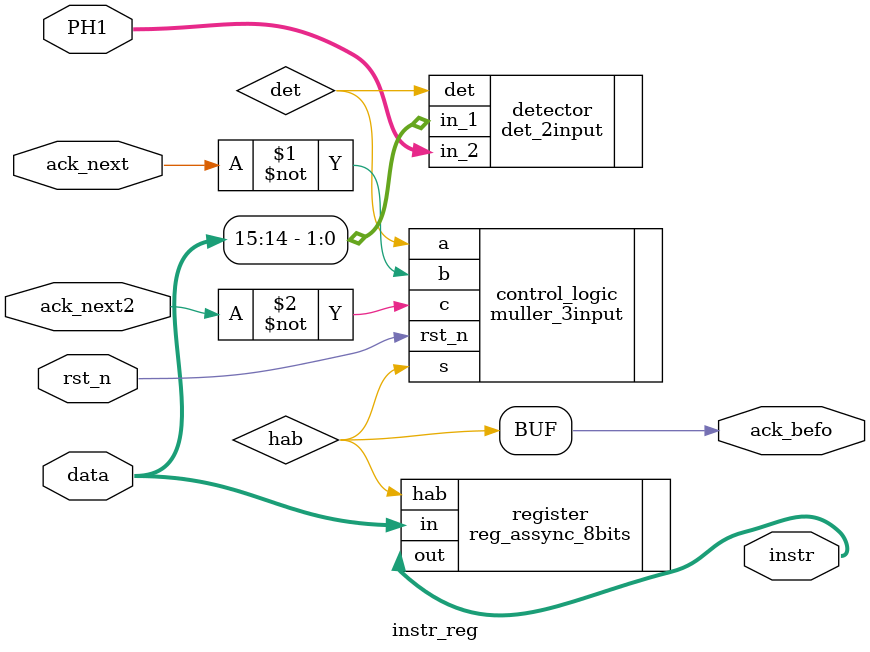
<source format=v>
module instr_reg (input rst_n,
						input [15:0] data,
						input [1:0] PH1,
						output [15:0] instr,
						input ack_next,
						input ack_next2,
						output ack_befo);


wire det;
						
det_2input detector(.in_1(data[15:14]), .in_2(PH1),.det(det));

wire hab;

muller_3input control_logic(.rst_n(rst_n), .a(det),.b(~ack_next),.c(~ack_next2), .s(hab));

assign ack_befo = hab;

reg_assync_8bits register( .hab(hab),.in(data),.out(instr));
						

endmodule 
</source>
